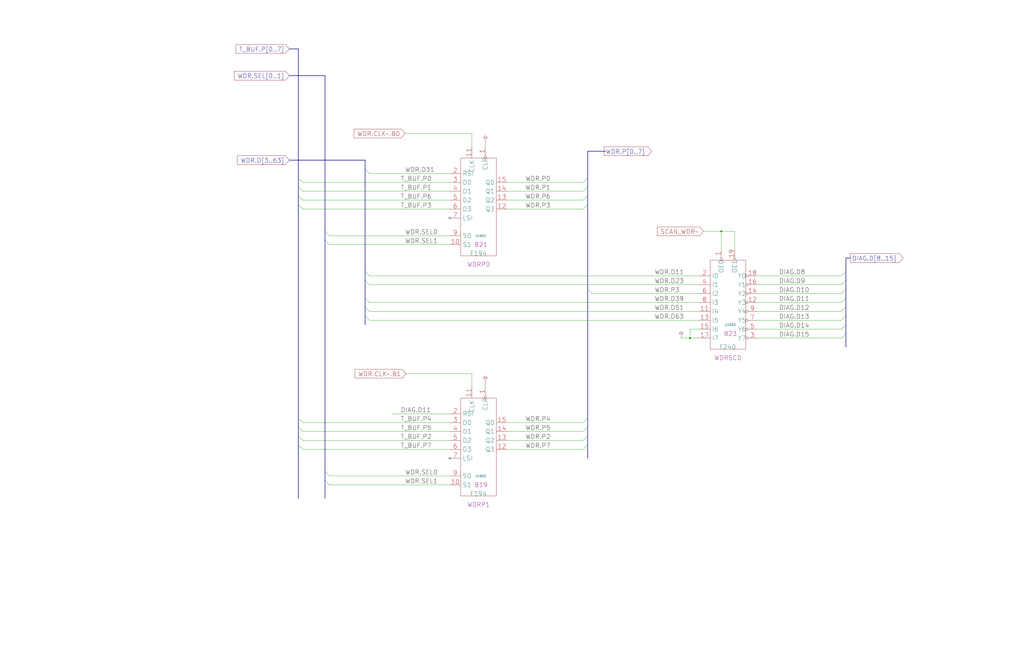
<source format=kicad_sch>
(kicad_sch (version 20220126) (generator eeschema)
  (paper "User" 584.2 378.46)
  (title_block (title "WRITE DATA REGISTER\\nPARITY BITS") (date "15-MAR-90") (rev "1.0") (comment 1 "TYPE") (comment 2 "232-003062") (comment 3 "S400") (comment 4 "RELEASED"))
  (lib_symbols
    (symbol "r1000:F194" (pin_names (offset 1.016))
      (property "Reference" "U" (at 2.54 5.08 0))
      (property "Value" "F194" (at -3.81 -5.08 0))
      (property "Location" "___" (at -1.27 0 0))
      (property "Name" "______" (at 1.27 -12.7 0))
      (symbol "F194_1_1"
        (rectangle (start -8.89 49.53) (end 11.43 -6.35))
        (circle (center 5.08 50.165) (radius 0.635))
        (pin input line (at 5.08 55.88 270) (length 5.08) (name "CLR") (number "1"))
        (pin input line (at -15.24 0 0) (length 6.35) (name "S1") (number "10"))
        (pin input line (at -2.54 55.88 270) (length 6.35) (name "CLK") (number "11"))
        (pin output line (at 17.78 20.32 180) (length 6.35) (name "Q3") (number "12"))
        (pin output line (at 17.78 25.4 180) (length 6.35) (name "Q2") (number "13"))
        (pin output line (at 17.78 30.48 180) (length 6.35) (name "Q1") (number "14"))
        (pin output line (at 17.78 35.56 180) (length 6.35) (name "Q0") (number "15"))
        (pin input line (at -15.24 40.64 0) (length 6.35) (name "RSI") (number "2"))
        (pin input line (at -15.24 35.56 0) (length 6.35) (name "D0") (number "3"))
        (pin input line (at -15.24 30.48 0) (length 6.35) (name "D1") (number "4"))
        (pin input line (at -15.24 25.4 0) (length 6.35) (name "D2") (number "5"))
        (pin input line (at -15.24 20.32 0) (length 6.35) (name "D3") (number "6"))
        (pin input line (at -15.24 15.24 0) (length 6.35) (name "LSI") (number "7"))
        (pin input line (at -15.24 5.08 0) (length 6.35) (name "S0") (number "9"))
      )
    )
    (symbol "r1000:F240" (pin_names (offset 1.016))
      (property "Reference" "U" (at 2.54 5.08 0))
      (property "Value" "F240" (at -3.81 -7.62 0))
      (property "Location" "___" (at -1.27 0 0))
      (property "Name" "______" (at 1.27 -15.24 0))
      (symbol "F240_1_1"
        (rectangle (start -8.89 41.91) (end 11.43 -8.89))
        (circle (center -2.54 42.545) (radius 0.635))
        (circle (center 5.08 42.545) (radius 0.635))
        (circle (center 12.065 -2.54) (radius 0.635))
        (circle (center 12.065 2.54) (radius 0.635))
        (circle (center 12.065 7.62) (radius 0.635))
        (circle (center 12.065 12.7) (radius 0.635))
        (circle (center 12.065 17.78) (radius 0.635))
        (circle (center 12.065 22.86) (radius 0.635))
        (circle (center 12.065 27.94) (radius 0.635))
        (circle (center 12.065 33.02) (radius 0.635))
        (pin input line (at -2.54 48.26 270) (length 5.08) (name "OE0") (number "1"))
        (pin input line (at -15.24 12.7 0) (length 6.35) (name "I4") (number "11"))
        (pin tri_state line (at 17.78 17.78 180) (length 5.08) (name "Y3") (number "12"))
        (pin input line (at -15.24 7.62 0) (length 6.35) (name "I5") (number "13"))
        (pin tri_state line (at 17.78 22.86 180) (length 5.08) (name "Y2") (number "14"))
        (pin input line (at -15.24 2.54 0) (length 6.35) (name "I6") (number "15"))
        (pin tri_state line (at 17.78 27.94 180) (length 5.08) (name "Y1") (number "16"))
        (pin input line (at -15.24 -2.54 0) (length 6.35) (name "I7") (number "17"))
        (pin tri_state line (at 17.78 33.02 180) (length 5.08) (name "Y0") (number "18"))
        (pin input line (at 5.08 48.26 270) (length 5.08) (name "OE1") (number "19"))
        (pin input line (at -15.24 33.02 0) (length 6.35) (name "I0") (number "2"))
        (pin tri_state line (at 17.78 -2.54 180) (length 5.08) (name "Y7") (number "3"))
        (pin input line (at -15.24 27.94 0) (length 6.35) (name "I1") (number "4"))
        (pin tri_state line (at 17.78 2.54 180) (length 5.08) (name "Y6") (number "5"))
        (pin input line (at -15.24 22.86 0) (length 6.35) (name "I2") (number "6"))
        (pin tri_state line (at 17.78 7.62 180) (length 5.08) (name "Y5") (number "7"))
        (pin input line (at -15.24 17.78 0) (length 6.35) (name "I3") (number "8"))
        (pin tri_state line (at 17.78 12.7 180) (length 5.08) (name "Y4") (number "9"))
      )
    )
    (symbol "r1000:PU" (power) (pin_numbers hide) (pin_names hide)
      (symbol "PU_0_1"
        (polyline (pts (xy 0 2.54) (xy -1.27 2.54) (xy 0 3.81) (xy 1.27 2.54) (xy 0 2.54)) (stroke (width 0.1524)))
      )
      (symbol "PU_1_1"
        (pin power_in line (at 0 0 90) (length 2.54) (name "PU") (number "1"))
      )
    )
  )
  (bus (pts (xy 165.1 27.94) (xy 170.18 27.94)))
  (bus (pts (xy 165.1 43.18) (xy 185.42 43.18)))
  (bus (pts (xy 165.1 91.44) (xy 208.28 91.44)))
  (bus (pts (xy 170.18 101.6) (xy 170.18 106.68)))
  (bus (pts (xy 170.18 106.68) (xy 170.18 111.76)))
  (bus (pts (xy 170.18 111.76) (xy 170.18 116.84)))
  (bus (pts (xy 170.18 116.84) (xy 170.18 238.76)))
  (bus (pts (xy 170.18 238.76) (xy 170.18 243.84)))
  (bus (pts (xy 170.18 243.84) (xy 170.18 248.92)))
  (bus (pts (xy 170.18 248.92) (xy 170.18 254)))
  (bus (pts (xy 170.18 254) (xy 170.18 284.48)))
  (bus (pts (xy 170.18 27.94) (xy 170.18 101.6)))
  (bus (pts (xy 185.42 132.08) (xy 185.42 137.16)))
  (bus (pts (xy 185.42 137.16) (xy 185.42 269.24)))
  (bus (pts (xy 185.42 269.24) (xy 185.42 274.32)))
  (bus (pts (xy 185.42 274.32) (xy 185.42 284.48)))
  (bus (pts (xy 185.42 43.18) (xy 185.42 132.08)))
  (bus (pts (xy 208.28 154.94) (xy 208.28 160.02)))
  (bus (pts (xy 208.28 160.02) (xy 208.28 170.18)))
  (bus (pts (xy 208.28 170.18) (xy 208.28 175.26)))
  (bus (pts (xy 208.28 175.26) (xy 208.28 180.34)))
  (bus (pts (xy 208.28 180.34) (xy 208.28 185.42)))
  (bus (pts (xy 208.28 91.44) (xy 208.28 96.52)))
  (bus (pts (xy 208.28 96.52) (xy 208.28 154.94)))
  (bus (pts (xy 335.28 101.6) (xy 335.28 106.68)))
  (bus (pts (xy 335.28 106.68) (xy 335.28 111.76)))
  (bus (pts (xy 335.28 111.76) (xy 335.28 116.84)))
  (bus (pts (xy 335.28 116.84) (xy 335.28 165.1)))
  (bus (pts (xy 335.28 165.1) (xy 335.28 238.76)))
  (bus (pts (xy 335.28 238.76) (xy 335.28 243.84)))
  (bus (pts (xy 335.28 243.84) (xy 335.28 248.92)))
  (bus (pts (xy 335.28 248.92) (xy 335.28 254)))
  (bus (pts (xy 335.28 254) (xy 335.28 261.62)))
  (bus (pts (xy 335.28 86.36) (xy 335.28 101.6)))
  (bus (pts (xy 335.28 86.36) (xy 345.44 86.36)))
  (bus (pts (xy 482.6 147.32) (xy 482.6 154.94)))
  (bus (pts (xy 482.6 147.32) (xy 485.14 147.32)))
  (bus (pts (xy 482.6 154.94) (xy 482.6 160.02)))
  (bus (pts (xy 482.6 160.02) (xy 482.6 165.1)))
  (bus (pts (xy 482.6 165.1) (xy 482.6 170.18)))
  (bus (pts (xy 482.6 170.18) (xy 482.6 175.26)))
  (bus (pts (xy 482.6 175.26) (xy 482.6 180.34)))
  (bus (pts (xy 482.6 180.34) (xy 482.6 185.42)))
  (bus (pts (xy 482.6 185.42) (xy 482.6 190.5)))
  (bus (pts (xy 482.6 190.5) (xy 482.6 198.12)))
  (wire (pts (xy 172.72 104.14) (xy 256.54 104.14)))
  (wire (pts (xy 172.72 109.22) (xy 256.54 109.22)))
  (wire (pts (xy 172.72 114.3) (xy 256.54 114.3)))
  (wire (pts (xy 172.72 119.38) (xy 256.54 119.38)))
  (wire (pts (xy 172.72 241.3) (xy 256.54 241.3)))
  (wire (pts (xy 172.72 246.38) (xy 256.54 246.38)))
  (wire (pts (xy 172.72 251.46) (xy 256.54 251.46)))
  (wire (pts (xy 172.72 256.54) (xy 256.54 256.54)))
  (wire (pts (xy 187.96 134.62) (xy 256.54 134.62)))
  (wire (pts (xy 187.96 139.7) (xy 256.54 139.7)))
  (wire (pts (xy 187.96 271.78) (xy 256.54 271.78)))
  (wire (pts (xy 187.96 276.86) (xy 256.54 276.86)))
  (wire (pts (xy 210.82 157.48) (xy 398.78 157.48)))
  (wire (pts (xy 210.82 162.56) (xy 398.78 162.56)))
  (wire (pts (xy 210.82 172.72) (xy 398.78 172.72)))
  (wire (pts (xy 210.82 177.8) (xy 398.78 177.8)))
  (wire (pts (xy 210.82 182.88) (xy 398.78 182.88)))
  (wire (pts (xy 210.82 99.06) (xy 256.54 99.06)))
  (wire (pts (xy 223.52 236.22) (xy 256.54 236.22)))
  (wire (pts (xy 231.14 76.2) (xy 269.24 76.2)))
  (wire (pts (xy 269.24 213.36) (xy 231.14 213.36)))
  (wire (pts (xy 269.24 220.98) (xy 269.24 213.36)))
  (wire (pts (xy 269.24 83.82) (xy 269.24 76.2)))
  (wire (pts (xy 276.86 218.44) (xy 276.86 220.98)))
  (wire (pts (xy 276.86 81.28) (xy 276.86 83.82)))
  (wire (pts (xy 289.56 104.14) (xy 332.74 104.14)))
  (wire (pts (xy 289.56 109.22) (xy 332.74 109.22)))
  (wire (pts (xy 289.56 114.3) (xy 332.74 114.3)))
  (wire (pts (xy 289.56 119.38) (xy 332.74 119.38)))
  (wire (pts (xy 289.56 241.3) (xy 332.74 241.3)))
  (wire (pts (xy 289.56 246.38) (xy 332.74 246.38)))
  (wire (pts (xy 289.56 251.46) (xy 332.74 251.46)))
  (wire (pts (xy 289.56 256.54) (xy 332.74 256.54)))
  (wire (pts (xy 337.82 167.64) (xy 398.78 167.64)))
  (wire (pts (xy 388.62 193.04) (xy 393.7 193.04)))
  (wire (pts (xy 393.7 187.96) (xy 393.7 193.04)))
  (wire (pts (xy 393.7 193.04) (xy 398.78 193.04)))
  (wire (pts (xy 398.78 187.96) (xy 393.7 187.96)))
  (wire (pts (xy 411.48 132.08) (xy 401.32 132.08)))
  (wire (pts (xy 411.48 132.08) (xy 411.48 142.24)))
  (wire (pts (xy 419.1 132.08) (xy 411.48 132.08)))
  (wire (pts (xy 419.1 142.24) (xy 419.1 132.08)))
  (wire (pts (xy 431.8 157.48) (xy 480.06 157.48)))
  (wire (pts (xy 431.8 162.56) (xy 480.06 162.56)))
  (wire (pts (xy 431.8 167.64) (xy 480.06 167.64)))
  (wire (pts (xy 431.8 172.72) (xy 480.06 172.72)))
  (wire (pts (xy 431.8 177.8) (xy 480.06 177.8)))
  (wire (pts (xy 431.8 182.88) (xy 480.06 182.88)))
  (wire (pts (xy 431.8 187.96) (xy 480.06 187.96)))
  (wire (pts (xy 431.8 193.04) (xy 480.06 193.04)))
  (global_label "T_BUF.P[0..7]" (shape input) (at 165.1 27.94 180) (effects (font (size 2.54 2.54))) (property "Intersheet References" "${INTERSHEET_REFS}" (at 134.6321 27.7813 0) (effects (font (size 1.905 1.905)) (justify right))))
  (global_label "WDR.SEL[0..1]" (shape input) (at 165.1 43.18 180) (effects (font (size 2.54 2.54))) (property "Intersheet References" "${INTERSHEET_REFS}" (at 133.6645 43.0213 0) (effects (font (size 1.905 1.905)) (justify right))))
  (global_label "WDR.D[3..63]" (shape input) (at 165.1 91.44 180) (effects (font (size 2.54 2.54))) (property "Intersheet References" "${INTERSHEET_REFS}" (at 135.4788 91.2813 0) (effects (font (size 1.905 1.905)) (justify right))))
  (bus_entry (at 170.18 101.6) (size 2.54 2.54))
  (bus_entry (at 170.18 106.68) (size 2.54 2.54))
  (bus_entry (at 170.18 111.76) (size 2.54 2.54))
  (bus_entry (at 170.18 116.84) (size 2.54 2.54))
  (bus_entry (at 170.18 238.76) (size 2.54 2.54))
  (bus_entry (at 170.18 243.84) (size 2.54 2.54))
  (bus_entry (at 170.18 248.92) (size 2.54 2.54))
  (bus_entry (at 170.18 254) (size 2.54 2.54))
  (bus_entry (at 185.42 132.08) (size 2.54 2.54))
  (bus_entry (at 185.42 137.16) (size 2.54 2.54))
  (bus_entry (at 185.42 269.24) (size 2.54 2.54))
  (bus_entry (at 185.42 274.32) (size 2.54 2.54))
  (bus_entry (at 208.28 96.52) (size 2.54 2.54))
  (bus_entry (at 208.28 154.94) (size 2.54 2.54))
  (bus_entry (at 208.28 160.02) (size 2.54 2.54))
  (bus_entry (at 208.28 170.18) (size 2.54 2.54))
  (bus_entry (at 208.28 175.26) (size 2.54 2.54))
  (bus_entry (at 208.28 180.34) (size 2.54 2.54))
  (label "T_BUF.P0" (at 228.6 104.14 0) (effects (font (size 2.54 2.54))))
  (label "T_BUF.P1" (at 228.6 109.22 0) (effects (font (size 2.54 2.54))))
  (label "T_BUF.P6" (at 228.6 114.3 0) (effects (font (size 2.54 2.54))))
  (label "T_BUF.P3" (at 228.6 119.38 0) (effects (font (size 2.54 2.54))))
  (label "DIAG.D11" (at 228.6 236.22 0) (effects (font (size 2.54 2.54))))
  (label "T_BUF.P4" (at 228.6 241.3 0) (effects (font (size 2.54 2.54))))
  (label "T_BUF.P5" (at 228.6 246.38 0) (effects (font (size 2.54 2.54))))
  (label "T_BUF.P2" (at 228.6 251.46 0) (effects (font (size 2.54 2.54))))
  (label "T_BUF.P7" (at 228.6 256.54 0) (effects (font (size 2.54 2.54))))
  (global_label "WDR.CLK~.B0" (shape input) (at 231.14 76.2 180) (effects (font (size 2.54 2.54))) (property "Intersheet References" "${INTERSHEET_REFS}" (at 202.0026 76.0413 0) (effects (font (size 1.905 1.905)) (justify right))))
  (label "WDR.D31" (at 231.14 99.06 0) (effects (font (size 2.54 2.54))))
  (label "WDR.SEL0" (at 231.14 134.62 0) (effects (font (size 2.54 2.54))))
  (label "WDR.SEL1" (at 231.14 139.7 0) (effects (font (size 2.54 2.54))))
  (label "WDR.SEL0" (at 231.14 271.78 0) (effects (font (size 2.54 2.54))))
  (label "WDR.SEL1" (at 231.14 276.86 0) (effects (font (size 2.54 2.54))))
  (global_label "WDR.CLK~.B1" (shape input) (at 231.6913 213.36 180) (effects (font (size 2.54 2.54))) (property "Intersheet References" "${INTERSHEET_REFS}" (at 202.5539 213.2013 0) (effects (font (size 1.905 1.905)) (justify right))))
  (no_connect (at 256.54 124.46))
  (no_connect (at 256.54 261.62))
  (symbol (lib_id "r1000:F194") (at 271.78 139.7 0) (unit 1)
    (property "Reference" "U1601" (at 274.32 134.62 0))
    (property "Value" "F194" (at 267.97 144.78 0) (effects (font (size 2.54 2.54)) (justify left)))
    (property "Location" "B21" (at 270.51 139.7 0) (effects (font (size 2.54 2.54)) (justify left)))
    (property "Name" "WDRP0" (at 273.05 152.4 0) (effects (font (size 2.54 2.54)) (justify bottom)))
  )
  (symbol (lib_id "r1000:F194") (at 271.78 276.86 0) (unit 1)
    (property "Reference" "U1602" (at 274.32 271.78 0))
    (property "Value" "F194" (at 267.97 281.94 0) (effects (font (size 2.54 2.54)) (justify left)))
    (property "Location" "B19" (at 270.51 276.86 0) (effects (font (size 2.54 2.54)) (justify left)))
    (property "Name" "WDRP1" (at 273.05 289.56 0) (effects (font (size 2.54 2.54)) (justify bottom)))
  )
  (symbol (lib_id "r1000:PU") (at 276.86 81.28 0) (unit 1)
    (property "Reference" "#PWR01601" (effects hide))
    (property "Value" "PU" (effects hide))
  )
  (symbol (lib_id "r1000:PU") (at 276.86 218.44 0) (unit 1)
    (property "Reference" "#PWR01602" (effects hide))
    (property "Value" "PU" (effects hide))
  )
  (label "WDR.P0" (at 299.72 104.14 0) (effects (font (size 2.54 2.54))))
  (label "WDR.P1" (at 299.72 109.22 0) (effects (font (size 2.54 2.54))))
  (label "WDR.P6" (at 299.72 114.3 0) (effects (font (size 2.54 2.54))))
  (label "WDR.P3" (at 299.72 119.38 0) (effects (font (size 2.54 2.54))))
  (label "WDR.P4" (at 299.72 241.3 0) (effects (font (size 2.54 2.54))))
  (label "WDR.P5" (at 299.72 246.38 0) (effects (font (size 2.54 2.54))))
  (label "WDR.P2" (at 299.72 251.46 0) (effects (font (size 2.54 2.54))))
  (label "WDR.P7" (at 299.72 256.54 0) (effects (font (size 2.54 2.54))))
  (bus_entry (at 335.28 101.6) (size -2.54 2.54))
  (bus_entry (at 335.28 106.68) (size -2.54 2.54))
  (bus_entry (at 335.28 111.76) (size -2.54 2.54))
  (bus_entry (at 335.28 116.84) (size -2.54 2.54))
  (bus_entry (at 335.28 165.1) (size 2.54 2.54))
  (bus_entry (at 335.28 238.76) (size -2.54 2.54))
  (bus_entry (at 335.28 243.84) (size -2.54 2.54))
  (bus_entry (at 335.28 248.92) (size -2.54 2.54))
  (bus_entry (at 335.28 254) (size -2.54 2.54))
  (global_label "WDR.P[0..7]" (shape output) (at 344.608 86.36 0) (effects (font (size 2.54 2.54))) (property "Intersheet References" "${INTERSHEET_REFS}" (at 371.8102 86.2013 0) (effects (font (size 1.905 1.905)) (justify left))))
  (label "WDR.D11" (at 373.38 157.48 0) (effects (font (size 2.54 2.54))))
  (label "WDR.D23" (at 373.38 162.56 0) (effects (font (size 2.54 2.54))))
  (label "WDR.P3" (at 373.38 167.64 0) (effects (font (size 2.54 2.54))))
  (label "WDR.D39" (at 373.38 172.72 0) (effects (font (size 2.54 2.54))))
  (label "WDR.D51" (at 373.38 177.8 0) (effects (font (size 2.54 2.54))))
  (label "WDR.D63" (at 373.38 182.88 0) (effects (font (size 2.54 2.54))))
  (symbol (lib_id "r1000:PU") (at 388.62 193.04 0) (unit 1)
    (property "Reference" "#PWR01603" (effects hide))
    (property "Value" "PU" (effects hide))
  )
  (junction (at 393.7 193.04))
  (global_label "SCAN_WDR~" (shape input) (at 401.32 132.08 180) (effects (font (size 2.54 2.54))) (property "Intersheet References" "${INTERSHEET_REFS}" (at 374.9645 131.9213 0) (effects (font (size 1.905 1.905)) (justify right))))
  (junction (at 411.48 132.08))
  (symbol (lib_id "r1000:F240") (at 414.02 190.5 0) (unit 1)
    (property "Reference" "U1603" (at 416.56 185.42 0))
    (property "Value" "F240" (at 410.21 198.12 0) (effects (font (size 2.54 2.54)) (justify left)))
    (property "Location" "B23" (at 412.75 190.5 0) (effects (font (size 2.54 2.54)) (justify left)))
    (property "Name" "WDRSCD" (at 415.29 205.74 0) (effects (font (size 2.54 2.54)) (justify bottom)))
  )
  (label "DIAG.D8" (at 444.5 157.48 0) (effects (font (size 2.54 2.54))))
  (label "DIAG.D9" (at 444.5 162.56 0) (effects (font (size 2.54 2.54))))
  (label "DIAG.D10" (at 444.5 167.64 0) (effects (font (size 2.54 2.54))))
  (label "DIAG.D11" (at 444.5 172.72 0) (effects (font (size 2.54 2.54))))
  (label "DIAG.D12" (at 444.5 177.8 0) (effects (font (size 2.54 2.54))))
  (label "DIAG.D13" (at 444.5 182.88 0) (effects (font (size 2.54 2.54))))
  (label "DIAG.D14" (at 444.5 187.96 0) (effects (font (size 2.54 2.54))))
  (label "DIAG.D15" (at 444.5 193.04 0) (effects (font (size 2.54 2.54))))
  (bus_entry (at 482.6 154.94) (size -2.54 2.54))
  (bus_entry (at 482.6 160.02) (size -2.54 2.54))
  (bus_entry (at 482.6 165.1) (size -2.54 2.54))
  (bus_entry (at 482.6 170.18) (size -2.54 2.54))
  (bus_entry (at 482.6 175.26) (size -2.54 2.54))
  (bus_entry (at 482.6 180.34) (size -2.54 2.54))
  (bus_entry (at 482.6 185.42) (size -2.54 2.54))
  (bus_entry (at 482.6 190.5) (size -2.54 2.54))
  (global_label "DIAG.D[8..15]" (shape output) (at 485.14 147.32 0) (effects (font (size 2.54 2.54))) (property "Intersheet References" "${INTERSHEET_REFS}" (at 515.245 147.1613 0) (effects (font (size 1.905 1.905)) (justify left))))
)
</source>
